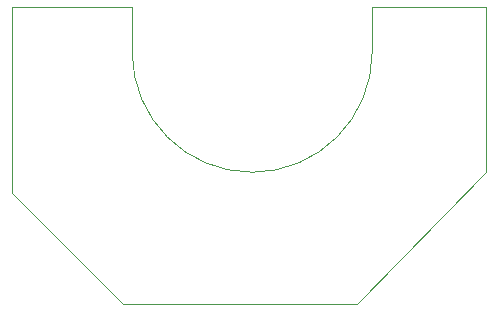
<source format=gbr>
G04 #@! TF.GenerationSoftware,KiCad,Pcbnew,(5.1.5)-3*
G04 #@! TF.CreationDate,2020-07-05T11:52:35-05:00*
G04 #@! TF.ProjectId,HallSensor,48616c6c-5365-46e7-936f-722e6b696361,rev?*
G04 #@! TF.SameCoordinates,Original*
G04 #@! TF.FileFunction,Profile,NP*
%FSLAX46Y46*%
G04 Gerber Fmt 4.6, Leading zero omitted, Abs format (unit mm)*
G04 Created by KiCad (PCBNEW (5.1.5)-3) date 2020-07-05 11:52:35*
%MOMM*%
%LPD*%
G04 APERTURE LIST*
%ADD10C,0.050000*%
G04 APERTURE END LIST*
D10*
X111760000Y-87630000D02*
X111760000Y-83820000D01*
X132080000Y-87630000D02*
X132080000Y-83820000D01*
X132080000Y-87630000D02*
G75*
G02X111760000Y-87630000I-10160000J0D01*
G01*
X101600000Y-83820000D02*
X102616000Y-83820000D01*
X101600000Y-99568000D02*
X101600000Y-83820000D01*
X110998000Y-108966000D02*
X101600000Y-99568000D01*
X130810000Y-108966000D02*
X110998000Y-108966000D01*
X111760000Y-83820000D02*
X102616000Y-83820000D01*
X141732000Y-97790000D02*
X141732000Y-83820000D01*
X130810000Y-108966000D02*
X141732000Y-97790000D01*
X141732000Y-83820000D02*
X132080000Y-83820000D01*
M02*

</source>
